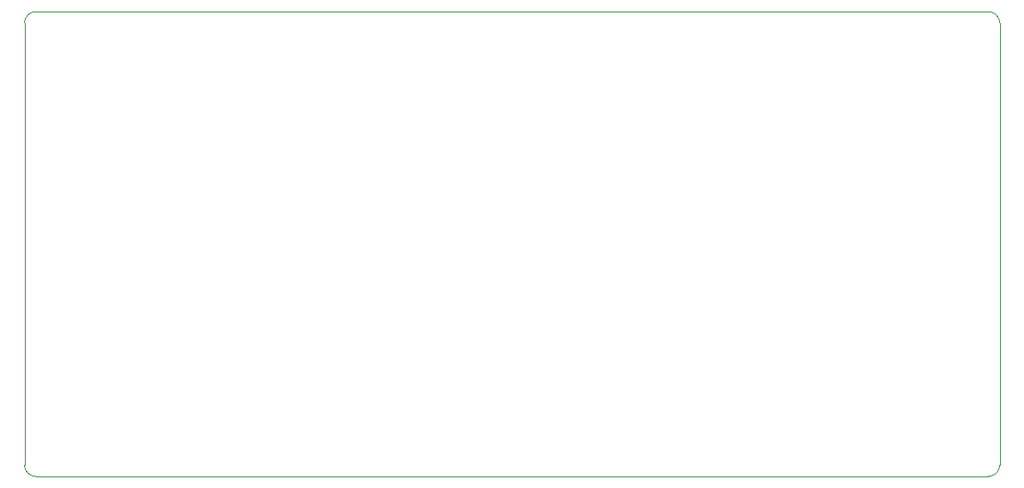
<source format=gbr>
G04 #@! TF.GenerationSoftware,KiCad,Pcbnew,(5.0.1)-3*
G04 #@! TF.CreationDate,2020-04-19T15:50:42-04:00*
G04 #@! TF.ProjectId,frontPanel_100mm,66726F6E7450616E656C5F3130306D6D,rev?*
G04 #@! TF.SameCoordinates,Original*
G04 #@! TF.FileFunction,Profile,NP*
%FSLAX46Y46*%
G04 Gerber Fmt 4.6, Leading zero omitted, Abs format (unit mm)*
G04 Created by KiCad (PCBNEW (5.0.1)-3) date 4/19/2020 3:50:42 PM*
%MOMM*%
%LPD*%
G01*
G04 APERTURE LIST*
%ADD10C,0.010000*%
G04 APERTURE END LIST*
D10*
X193200000Y-92180000D02*
G75*
G02X192130000Y-93250000I-1070000J0D01*
G01*
X101370000Y-93250000D02*
G75*
G02X100300000Y-92180000I0J1070000D01*
G01*
X100300000Y-50070000D02*
G75*
G02X101370000Y-49000000I1070000J0D01*
G01*
X192130000Y-49000000D02*
G75*
G02X193200000Y-50070000I0J-1070000D01*
G01*
X100300000Y-50070000D02*
X100300000Y-92180000D01*
X193200000Y-50070000D02*
X193200000Y-92180000D01*
X101370000Y-93250000D02*
X192130000Y-93250000D01*
X101370000Y-49000000D02*
X192130000Y-49000000D01*
M02*

</source>
